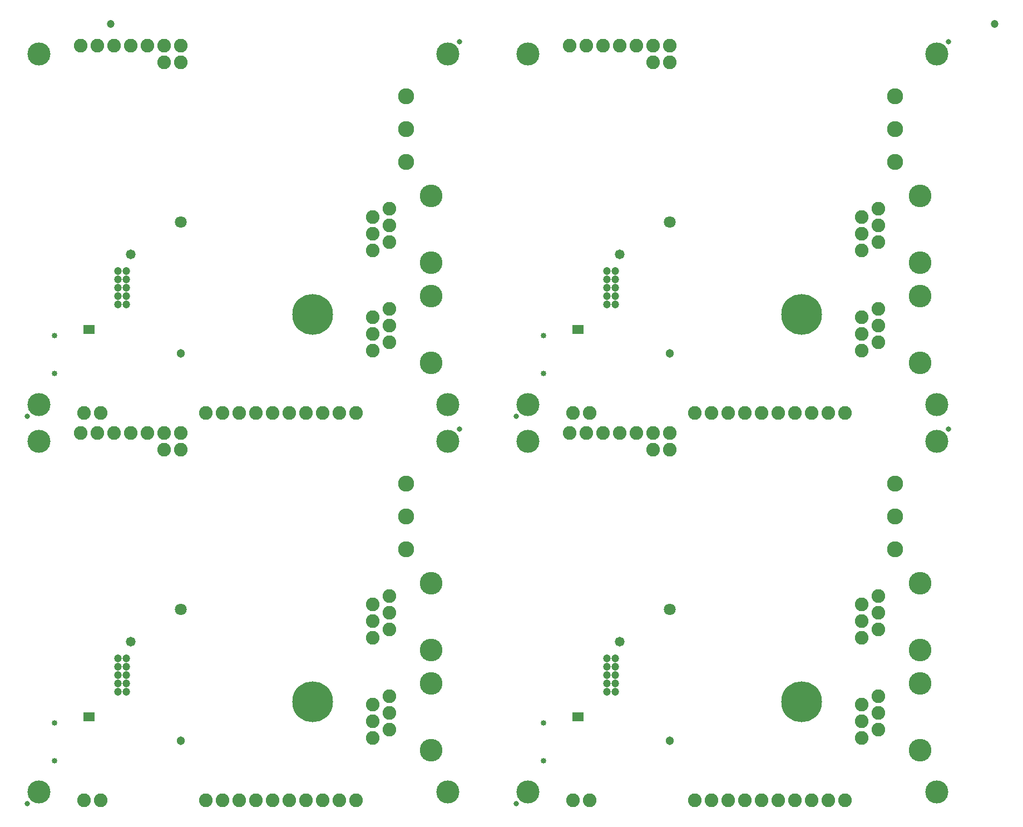
<source format=gbs>
G04 EAGLE Gerber RS-274X export*
G75*
%MOMM*%
%FSLAX34Y34*%
%LPD*%
%INSoldermask Bottom*%
%IPPOS*%
%AMOC8*
5,1,8,0,0,1.08239X$1,22.5*%
G01*
%ADD10C,0.853200*%
%ADD11C,0.838200*%
%ADD12C,3.505200*%
%ADD13C,2.082800*%
%ADD14C,1.203200*%
%ADD15C,6.203200*%
%ADD16C,2.453200*%
%ADD17C,3.454400*%
%ADD18C,1.303200*%
%ADD19C,1.803200*%
%ADD20R,0.838200X1.473200*%
%ADD21C,1.473200*%


D10*
X49050Y130500D03*
X49050Y72700D03*
D11*
X7620Y7620D03*
X665480Y577850D03*
D12*
X647700Y558800D03*
X25400Y558800D03*
X647700Y25400D03*
X25400Y25400D03*
D13*
X93980Y12700D03*
X119380Y12700D03*
D14*
X158750Y190500D03*
X158750Y203200D03*
X158750Y215900D03*
X158750Y228600D03*
X158750Y177800D03*
X146050Y190500D03*
X146050Y203200D03*
X146050Y215900D03*
X146050Y228600D03*
X146050Y177800D03*
D13*
X190500Y571500D03*
X165100Y571500D03*
X139700Y571500D03*
X114300Y571500D03*
X88900Y571500D03*
X406400Y12700D03*
X381000Y12700D03*
X355600Y12700D03*
X330200Y12700D03*
X304800Y12700D03*
X279400Y12700D03*
X431800Y12700D03*
X457200Y12700D03*
X482600Y12700D03*
X508000Y12700D03*
D15*
X442000Y163000D03*
D16*
X584200Y494500D03*
X584200Y444500D03*
X584200Y394500D03*
D13*
X533400Y107950D03*
X558800Y120650D03*
X533400Y133350D03*
X558800Y146050D03*
X533400Y158750D03*
X558800Y171450D03*
D17*
X622300Y88900D03*
X622300Y190500D03*
D13*
X533400Y260350D03*
X558800Y273050D03*
X533400Y285750D03*
X558800Y298450D03*
X533400Y311150D03*
X558800Y323850D03*
D17*
X622300Y241300D03*
X622300Y342900D03*
D18*
X241300Y103200D03*
D19*
X241300Y303200D03*
D13*
X215900Y571500D03*
X241300Y571500D03*
X215900Y546100D03*
X241300Y546100D03*
D20*
X105664Y139700D03*
X97536Y139700D03*
D21*
X165100Y254000D03*
D10*
X793270Y130500D03*
X793270Y72700D03*
D11*
X751840Y7620D03*
X1409700Y577850D03*
D12*
X1391920Y558800D03*
X769620Y558800D03*
X1391920Y25400D03*
X769620Y25400D03*
D13*
X838200Y12700D03*
X863600Y12700D03*
D14*
X902970Y190500D03*
X902970Y203200D03*
X902970Y215900D03*
X902970Y228600D03*
X902970Y177800D03*
X890270Y190500D03*
X890270Y203200D03*
X890270Y215900D03*
X890270Y228600D03*
X890270Y177800D03*
D13*
X934720Y571500D03*
X909320Y571500D03*
X883920Y571500D03*
X858520Y571500D03*
X833120Y571500D03*
X1150620Y12700D03*
X1125220Y12700D03*
X1099820Y12700D03*
X1074420Y12700D03*
X1049020Y12700D03*
X1023620Y12700D03*
X1176020Y12700D03*
X1201420Y12700D03*
X1226820Y12700D03*
X1252220Y12700D03*
D15*
X1186220Y163000D03*
D16*
X1328420Y494500D03*
X1328420Y444500D03*
X1328420Y394500D03*
D13*
X1277620Y107950D03*
X1303020Y120650D03*
X1277620Y133350D03*
X1303020Y146050D03*
X1277620Y158750D03*
X1303020Y171450D03*
D17*
X1366520Y88900D03*
X1366520Y190500D03*
D13*
X1277620Y260350D03*
X1303020Y273050D03*
X1277620Y285750D03*
X1303020Y298450D03*
X1277620Y311150D03*
X1303020Y323850D03*
D17*
X1366520Y241300D03*
X1366520Y342900D03*
D18*
X985520Y103200D03*
D19*
X985520Y303200D03*
D13*
X960120Y571500D03*
X985520Y571500D03*
X960120Y546100D03*
X985520Y546100D03*
D20*
X849884Y139700D03*
X841756Y139700D03*
D21*
X909320Y254000D03*
D10*
X49050Y719780D03*
X49050Y661980D03*
D11*
X7620Y596900D03*
X665480Y1167130D03*
D12*
X647700Y1148080D03*
X25400Y1148080D03*
X647700Y614680D03*
X25400Y614680D03*
D13*
X93980Y601980D03*
X119380Y601980D03*
D14*
X158750Y779780D03*
X158750Y792480D03*
X158750Y805180D03*
X158750Y817880D03*
X158750Y767080D03*
X146050Y779780D03*
X146050Y792480D03*
X146050Y805180D03*
X146050Y817880D03*
X146050Y767080D03*
D13*
X190500Y1160780D03*
X165100Y1160780D03*
X139700Y1160780D03*
X114300Y1160780D03*
X88900Y1160780D03*
X406400Y601980D03*
X381000Y601980D03*
X355600Y601980D03*
X330200Y601980D03*
X304800Y601980D03*
X279400Y601980D03*
X431800Y601980D03*
X457200Y601980D03*
X482600Y601980D03*
X508000Y601980D03*
D15*
X442000Y752280D03*
D16*
X584200Y1083780D03*
X584200Y1033780D03*
X584200Y983780D03*
D13*
X533400Y697230D03*
X558800Y709930D03*
X533400Y722630D03*
X558800Y735330D03*
X533400Y748030D03*
X558800Y760730D03*
D17*
X622300Y678180D03*
X622300Y779780D03*
D13*
X533400Y849630D03*
X558800Y862330D03*
X533400Y875030D03*
X558800Y887730D03*
X533400Y900430D03*
X558800Y913130D03*
D17*
X622300Y830580D03*
X622300Y932180D03*
D18*
X241300Y692480D03*
D19*
X241300Y892480D03*
D13*
X215900Y1160780D03*
X241300Y1160780D03*
X215900Y1135380D03*
X241300Y1135380D03*
D20*
X105664Y728980D03*
X97536Y728980D03*
D21*
X165100Y843280D03*
D10*
X793270Y719780D03*
X793270Y661980D03*
D11*
X751840Y596900D03*
X1409700Y1167130D03*
D12*
X1391920Y1148080D03*
X769620Y1148080D03*
X1391920Y614680D03*
X769620Y614680D03*
D13*
X838200Y601980D03*
X863600Y601980D03*
D14*
X902970Y779780D03*
X902970Y792480D03*
X902970Y805180D03*
X902970Y817880D03*
X902970Y767080D03*
X890270Y779780D03*
X890270Y792480D03*
X890270Y805180D03*
X890270Y817880D03*
X890270Y767080D03*
D13*
X934720Y1160780D03*
X909320Y1160780D03*
X883920Y1160780D03*
X858520Y1160780D03*
X833120Y1160780D03*
X1150620Y601980D03*
X1125220Y601980D03*
X1099820Y601980D03*
X1074420Y601980D03*
X1049020Y601980D03*
X1023620Y601980D03*
X1176020Y601980D03*
X1201420Y601980D03*
X1226820Y601980D03*
X1252220Y601980D03*
D15*
X1186220Y752280D03*
D16*
X1328420Y1083780D03*
X1328420Y1033780D03*
X1328420Y983780D03*
D13*
X1277620Y697230D03*
X1303020Y709930D03*
X1277620Y722630D03*
X1303020Y735330D03*
X1277620Y748030D03*
X1303020Y760730D03*
D17*
X1366520Y678180D03*
X1366520Y779780D03*
D13*
X1277620Y849630D03*
X1303020Y862330D03*
X1277620Y875030D03*
X1303020Y887730D03*
X1277620Y900430D03*
X1303020Y913130D03*
D17*
X1366520Y830580D03*
X1366520Y932180D03*
D18*
X985520Y692480D03*
D19*
X985520Y892480D03*
D13*
X960120Y1160780D03*
X985520Y1160780D03*
X960120Y1135380D03*
X985520Y1135380D03*
D20*
X849884Y728980D03*
X841756Y728980D03*
D21*
X909320Y843280D03*
D14*
X134620Y1194435D03*
X1480185Y1194435D03*
M02*

</source>
